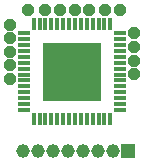
<source format=gts>
G75*
%MOIN*%
%OFA0B0*%
%FSLAX25Y25*%
%IPPOS*%
%LPD*%
%AMOC8*
5,1,8,0,0,1.08239X$1,22.5*
%
%ADD10R,0.19298X0.19298*%
%ADD11R,0.03943X0.01384*%
%ADD12R,0.01384X0.03943*%
%ADD13R,0.04600X0.04600*%
%ADD14C,0.04600*%
%ADD15OC8,0.03962*%
D10*
X0025756Y0054027D03*
D11*
X0009811Y0055011D03*
X0009811Y0053043D03*
X0009811Y0051074D03*
X0009811Y0049106D03*
X0009811Y0047137D03*
X0009811Y0045169D03*
X0009811Y0043200D03*
X0009811Y0041231D03*
X0009811Y0056980D03*
X0009811Y0058948D03*
X0009811Y0060917D03*
X0009811Y0062885D03*
X0009811Y0064854D03*
X0009811Y0066822D03*
X0041701Y0066822D03*
X0041701Y0064854D03*
X0041701Y0062885D03*
X0041701Y0060917D03*
X0041701Y0058948D03*
X0041701Y0056980D03*
X0041701Y0055011D03*
X0041701Y0053043D03*
X0041701Y0051074D03*
X0041701Y0049106D03*
X0041701Y0047137D03*
X0041701Y0045169D03*
X0041701Y0043200D03*
X0041701Y0041231D03*
D12*
X0038552Y0038082D03*
X0036583Y0038082D03*
X0034615Y0038082D03*
X0032646Y0038082D03*
X0030678Y0038082D03*
X0028709Y0038082D03*
X0026741Y0038082D03*
X0024772Y0038082D03*
X0022804Y0038082D03*
X0020835Y0038082D03*
X0018867Y0038082D03*
X0016898Y0038082D03*
X0014930Y0038082D03*
X0012961Y0038082D03*
X0012961Y0069972D03*
X0014930Y0069972D03*
X0016898Y0069972D03*
X0018867Y0069972D03*
X0020835Y0069972D03*
X0022804Y0069972D03*
X0024772Y0069972D03*
X0026741Y0069972D03*
X0028709Y0069972D03*
X0030678Y0069972D03*
X0032646Y0069972D03*
X0034615Y0069972D03*
X0036583Y0069972D03*
X0038552Y0069972D03*
D13*
X0044457Y0027476D03*
D14*
X0009457Y0027476D03*
X0014457Y0027476D03*
X0019457Y0027476D03*
X0024457Y0027476D03*
X0029457Y0027476D03*
X0034457Y0027476D03*
X0039457Y0027476D03*
D15*
X0046550Y0053233D03*
X0046550Y0057633D03*
X0046450Y0062133D03*
X0046450Y0066733D03*
X0041650Y0074633D03*
X0036650Y0074633D03*
X0031550Y0074633D03*
X0026650Y0074633D03*
X0021650Y0074533D03*
X0016650Y0074633D03*
X0011150Y0074633D03*
X0005050Y0069433D03*
X0005050Y0065133D03*
X0005150Y0060633D03*
X0005150Y0056133D03*
X0005150Y0051633D03*
M02*

</source>
